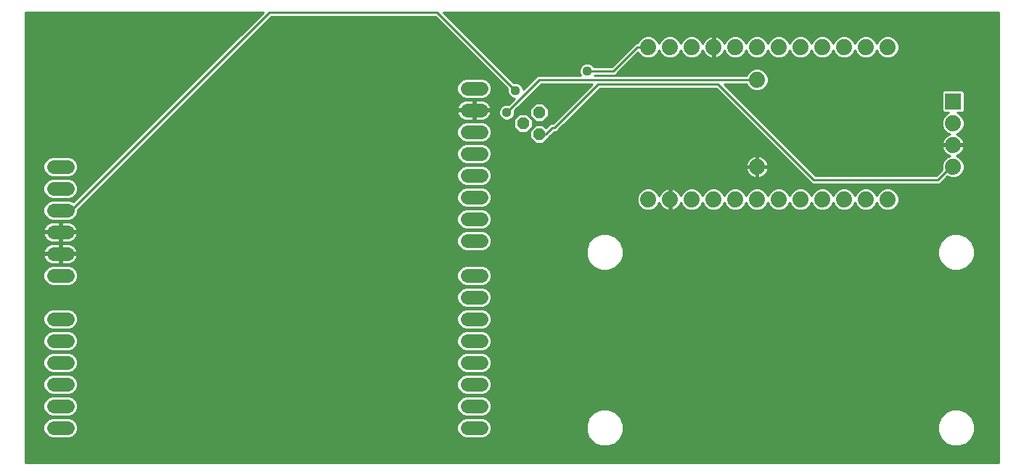
<source format=gbl>
G75*
G70*
%OFA0B0*%
%FSLAX24Y24*%
%IPPOS*%
%LPD*%
%AMOC8*
5,1,8,0,0,1.08239X$1,22.5*
%
%ADD10C,0.0640*%
%ADD11C,0.0740*%
%ADD12R,0.0740X0.0740*%
%ADD13OC8,0.0560*%
%ADD14C,0.0100*%
%ADD15C,0.0440*%
D10*
X001980Y002325D02*
X002620Y002325D01*
X002620Y003325D02*
X001980Y003325D01*
X001980Y004325D02*
X002620Y004325D01*
X002620Y005325D02*
X001980Y005325D01*
X001980Y006325D02*
X002620Y006325D01*
X002620Y007325D02*
X001980Y007325D01*
X001980Y009325D02*
X002620Y009325D01*
X002620Y010325D02*
X001980Y010325D01*
X001980Y011325D02*
X002620Y011325D01*
X002620Y012325D02*
X001980Y012325D01*
X001980Y013325D02*
X002620Y013325D01*
X002620Y014325D02*
X001980Y014325D01*
X020980Y013925D02*
X021620Y013925D01*
X021620Y014925D02*
X020980Y014925D01*
X020980Y015925D02*
X021620Y015925D01*
X021620Y016925D02*
X020980Y016925D01*
X020980Y017925D02*
X021620Y017925D01*
X021620Y012925D02*
X020980Y012925D01*
X020980Y011925D02*
X021620Y011925D01*
X021620Y010925D02*
X020980Y010925D01*
X020980Y009325D02*
X021620Y009325D01*
X021620Y008325D02*
X020980Y008325D01*
X020980Y007325D02*
X021620Y007325D01*
X021620Y006325D02*
X020980Y006325D01*
X020980Y005325D02*
X021620Y005325D01*
X021620Y004325D02*
X020980Y004325D01*
X020980Y003325D02*
X021620Y003325D01*
X021620Y002325D02*
X020980Y002325D01*
D11*
X029300Y012825D03*
X030300Y012825D03*
X031300Y012825D03*
X032300Y012825D03*
X033300Y012825D03*
X034300Y012825D03*
X035300Y012825D03*
X036300Y012825D03*
X037300Y012825D03*
X038300Y012825D03*
X039300Y012825D03*
X040300Y012825D03*
X043300Y014325D03*
X043300Y015325D03*
X043300Y016325D03*
X040300Y019825D03*
X039300Y019825D03*
X038300Y019825D03*
X037300Y019825D03*
X036300Y019825D03*
X035300Y019825D03*
X034300Y019825D03*
X033300Y019825D03*
X032300Y019825D03*
X031300Y019825D03*
X030300Y019825D03*
X029300Y019825D03*
X034300Y018325D03*
X034300Y014325D03*
D12*
X043300Y017325D03*
D13*
X024300Y016825D03*
X023550Y016325D03*
X024300Y015825D03*
D14*
X000700Y021425D02*
X000700Y000725D01*
X045400Y000725D01*
X045400Y021425D01*
X019883Y021425D01*
X023117Y018191D01*
X023126Y018195D01*
X023274Y018195D01*
X023410Y018139D01*
X023514Y018035D01*
X023570Y017899D01*
X023570Y017878D01*
X024100Y018408D01*
X024217Y018525D01*
X026182Y018525D01*
X026130Y018651D01*
X026130Y018799D01*
X026186Y018935D01*
X026290Y019039D01*
X026426Y019095D01*
X026574Y019095D01*
X026710Y019039D01*
X026814Y018935D01*
X026818Y018925D01*
X027617Y018925D01*
X028717Y020025D01*
X028820Y020025D01*
X028859Y020120D01*
X029005Y020266D01*
X029197Y020345D01*
X029403Y020345D01*
X029595Y020266D01*
X029741Y020120D01*
X029800Y019977D01*
X029859Y020120D01*
X030005Y020266D01*
X030197Y020345D01*
X030403Y020345D01*
X030595Y020266D01*
X030741Y020120D01*
X030800Y019977D01*
X030859Y020120D01*
X031005Y020266D01*
X031197Y020345D01*
X031403Y020345D01*
X031595Y020266D01*
X031741Y020120D01*
X031801Y019973D01*
X031818Y020025D01*
X031780Y020025D01*
X031818Y020025D02*
X031855Y020098D01*
X031903Y020164D01*
X031961Y020222D01*
X032027Y020270D01*
X032100Y020307D01*
X032178Y020332D01*
X032250Y020344D01*
X032250Y019875D01*
X032350Y019875D01*
X032350Y020344D01*
X032422Y020332D01*
X032500Y020307D01*
X032573Y020270D01*
X032639Y020222D01*
X032697Y020164D01*
X032745Y020098D01*
X032782Y020025D01*
X032820Y020025D01*
X032782Y020025D02*
X032799Y019973D01*
X032859Y020120D01*
X033005Y020266D01*
X033197Y020345D01*
X033403Y020345D01*
X033595Y020266D01*
X033741Y020120D01*
X033800Y019977D01*
X033859Y020120D01*
X034005Y020266D01*
X034197Y020345D01*
X034403Y020345D01*
X034595Y020266D01*
X034741Y020120D01*
X034800Y019977D01*
X034859Y020120D01*
X035005Y020266D01*
X035197Y020345D01*
X035403Y020345D01*
X035595Y020266D01*
X035741Y020120D01*
X035800Y019977D01*
X035859Y020120D01*
X036005Y020266D01*
X036197Y020345D01*
X036403Y020345D01*
X036595Y020266D01*
X036741Y020120D01*
X036800Y019977D01*
X036859Y020120D01*
X037005Y020266D01*
X037197Y020345D01*
X037403Y020345D01*
X037595Y020266D01*
X037741Y020120D01*
X037800Y019977D01*
X037859Y020120D01*
X038005Y020266D01*
X038197Y020345D01*
X038403Y020345D01*
X038595Y020266D01*
X038741Y020120D01*
X038800Y019977D01*
X038859Y020120D01*
X039005Y020266D01*
X039197Y020345D01*
X039403Y020345D01*
X039595Y020266D01*
X039741Y020120D01*
X039800Y019977D01*
X039859Y020120D01*
X040005Y020266D01*
X040197Y020345D01*
X040403Y020345D01*
X040595Y020266D01*
X040741Y020120D01*
X040820Y019928D01*
X040820Y019722D01*
X040741Y019530D01*
X040595Y019384D01*
X040403Y019305D01*
X040197Y019305D01*
X040005Y019384D01*
X039859Y019530D01*
X039800Y019673D01*
X039741Y019530D01*
X039595Y019384D01*
X039403Y019305D01*
X039197Y019305D01*
X039005Y019384D01*
X038859Y019530D01*
X038800Y019673D01*
X038741Y019530D01*
X038595Y019384D01*
X038403Y019305D01*
X038197Y019305D01*
X038005Y019384D01*
X037859Y019530D01*
X037800Y019673D01*
X037741Y019530D01*
X037595Y019384D01*
X037403Y019305D01*
X037197Y019305D01*
X037005Y019384D01*
X036859Y019530D01*
X036800Y019673D01*
X036741Y019530D01*
X036595Y019384D01*
X036403Y019305D01*
X036197Y019305D01*
X036005Y019384D01*
X035859Y019530D01*
X035800Y019673D01*
X035741Y019530D01*
X035595Y019384D01*
X035403Y019305D01*
X035197Y019305D01*
X035005Y019384D01*
X034859Y019530D01*
X034800Y019673D01*
X034741Y019530D01*
X034595Y019384D01*
X034403Y019305D01*
X034197Y019305D01*
X034005Y019384D01*
X033859Y019530D01*
X033800Y019673D01*
X033741Y019530D01*
X033595Y019384D01*
X033403Y019305D01*
X033197Y019305D01*
X033005Y019384D01*
X032859Y019530D01*
X032799Y019677D01*
X032782Y019625D01*
X032745Y019552D01*
X032697Y019486D01*
X032639Y019428D01*
X032573Y019380D01*
X032500Y019343D01*
X032422Y019318D01*
X032350Y019306D01*
X032350Y019775D01*
X032250Y019775D01*
X032250Y019306D01*
X032178Y019318D01*
X032100Y019343D01*
X032027Y019380D01*
X031961Y019428D01*
X031903Y019486D01*
X031855Y019552D01*
X031818Y019625D01*
X031801Y019677D01*
X031741Y019530D01*
X031595Y019384D01*
X031403Y019305D01*
X031197Y019305D01*
X031005Y019384D01*
X030859Y019530D01*
X030800Y019673D01*
X030741Y019530D01*
X030595Y019384D01*
X030403Y019305D01*
X030197Y019305D01*
X030005Y019384D01*
X029859Y019530D01*
X029800Y019673D01*
X029741Y019530D01*
X029595Y019384D01*
X029403Y019305D01*
X029197Y019305D01*
X029005Y019384D01*
X028859Y019530D01*
X028838Y019581D01*
X027900Y018642D01*
X027783Y018525D01*
X026818Y018525D01*
X026818Y018525D01*
X033820Y018525D01*
X033859Y018620D01*
X034005Y018766D01*
X034197Y018845D01*
X034403Y018845D01*
X034595Y018766D01*
X034741Y018620D01*
X034820Y018428D01*
X034820Y018222D01*
X034741Y018030D01*
X034595Y017884D01*
X034403Y017805D01*
X034197Y017805D01*
X034005Y017884D01*
X033859Y018030D01*
X033820Y018125D01*
X032783Y018125D01*
X036983Y013925D01*
X042517Y013925D01*
X042790Y014198D01*
X042780Y014222D01*
X042780Y014428D01*
X042859Y014620D01*
X043005Y014766D01*
X043152Y014826D01*
X043100Y014843D01*
X043027Y014880D01*
X042961Y014928D01*
X042903Y014986D01*
X042855Y015052D01*
X042818Y015125D01*
X042793Y015203D01*
X042781Y015275D01*
X043250Y015275D01*
X043250Y015375D01*
X042781Y015375D01*
X042793Y015447D01*
X042818Y015525D01*
X042855Y015598D01*
X042903Y015664D01*
X042961Y015722D01*
X043027Y015770D01*
X043100Y015807D01*
X043152Y015824D01*
X043005Y015884D01*
X042859Y016030D01*
X042780Y016222D01*
X042780Y016428D01*
X042859Y016620D01*
X043005Y016766D01*
X043100Y016805D01*
X042868Y016805D01*
X042780Y016893D01*
X042780Y017757D01*
X042868Y017845D01*
X043732Y017845D01*
X043820Y017757D01*
X043820Y016893D01*
X043732Y016805D01*
X043500Y016805D01*
X043595Y016766D01*
X043741Y016620D01*
X043820Y016428D01*
X043820Y016222D01*
X043741Y016030D01*
X043595Y015884D01*
X043448Y015824D01*
X043500Y015807D01*
X043573Y015770D01*
X043639Y015722D01*
X043697Y015664D01*
X043745Y015598D01*
X043782Y015525D01*
X043807Y015447D01*
X043819Y015375D01*
X043350Y015375D01*
X043350Y015275D01*
X043819Y015275D01*
X043807Y015203D01*
X043782Y015125D01*
X043745Y015052D01*
X043697Y014986D01*
X043639Y014928D01*
X043573Y014880D01*
X043500Y014843D01*
X043448Y014826D01*
X043595Y014766D01*
X043741Y014620D01*
X043820Y014428D01*
X043820Y014222D01*
X043741Y014030D01*
X043595Y013884D01*
X043403Y013805D01*
X043197Y013805D01*
X043031Y013873D01*
X042683Y013525D01*
X036817Y013525D01*
X032417Y017925D01*
X027083Y017925D01*
X025200Y016042D01*
X025083Y015925D01*
X024983Y015925D01*
X024800Y015742D01*
X024730Y015672D01*
X024730Y015647D01*
X024478Y015395D01*
X024122Y015395D01*
X023870Y015647D01*
X023870Y016003D01*
X024122Y016255D01*
X024478Y016255D01*
X024613Y016120D01*
X024817Y016325D01*
X024917Y016325D01*
X026717Y018125D01*
X024383Y018125D01*
X023166Y016908D01*
X023170Y016899D01*
X023170Y016751D01*
X023114Y016615D01*
X023010Y016511D01*
X022874Y016455D01*
X022726Y016455D01*
X022590Y016511D01*
X022486Y016615D01*
X022430Y016751D01*
X022430Y016899D01*
X022486Y017035D01*
X022590Y017139D01*
X022726Y017195D01*
X022874Y017195D01*
X022883Y017191D01*
X023147Y017455D01*
X023126Y017455D01*
X022990Y017511D01*
X022886Y017615D01*
X022830Y017751D01*
X022830Y017899D01*
X022834Y017908D01*
X019517Y021225D01*
X011983Y021225D01*
X003090Y012332D01*
X003090Y012232D01*
X003018Y012059D01*
X002886Y011927D01*
X002713Y011855D01*
X001887Y011855D01*
X001714Y011927D01*
X001582Y012059D01*
X001510Y012232D01*
X001510Y012418D01*
X001582Y012591D01*
X001714Y012723D01*
X001887Y012795D01*
X002713Y012795D01*
X002886Y012723D01*
X002901Y012709D01*
X011617Y021425D01*
X000700Y021425D01*
X000700Y021404D02*
X011596Y021404D01*
X011498Y021306D02*
X000700Y021306D01*
X000700Y021207D02*
X011399Y021207D01*
X011301Y021109D02*
X000700Y021109D01*
X000700Y021010D02*
X011202Y021010D01*
X011104Y020912D02*
X000700Y020912D01*
X000700Y020813D02*
X011005Y020813D01*
X010907Y020715D02*
X000700Y020715D01*
X000700Y020616D02*
X010808Y020616D01*
X010710Y020518D02*
X000700Y020518D01*
X000700Y020419D02*
X010611Y020419D01*
X010513Y020321D02*
X000700Y020321D01*
X000700Y020222D02*
X010414Y020222D01*
X010316Y020124D02*
X000700Y020124D01*
X000700Y020025D02*
X010217Y020025D01*
X010119Y019927D02*
X000700Y019927D01*
X000700Y019828D02*
X010020Y019828D01*
X009922Y019730D02*
X000700Y019730D01*
X000700Y019631D02*
X009823Y019631D01*
X009725Y019533D02*
X000700Y019533D01*
X000700Y019434D02*
X009626Y019434D01*
X009528Y019336D02*
X000700Y019336D01*
X000700Y019237D02*
X009429Y019237D01*
X009331Y019139D02*
X000700Y019139D01*
X000700Y019040D02*
X009232Y019040D01*
X009134Y018942D02*
X000700Y018942D01*
X000700Y018843D02*
X009035Y018843D01*
X008937Y018745D02*
X000700Y018745D01*
X000700Y018646D02*
X008838Y018646D01*
X008740Y018548D02*
X000700Y018548D01*
X000700Y018449D02*
X008641Y018449D01*
X008543Y018351D02*
X000700Y018351D01*
X000700Y018252D02*
X008444Y018252D01*
X008346Y018154D02*
X000700Y018154D01*
X000700Y018055D02*
X008247Y018055D01*
X008149Y017957D02*
X000700Y017957D01*
X000700Y017858D02*
X008050Y017858D01*
X007952Y017760D02*
X000700Y017760D01*
X000700Y017661D02*
X007853Y017661D01*
X007755Y017563D02*
X000700Y017563D01*
X000700Y017464D02*
X007656Y017464D01*
X007558Y017366D02*
X000700Y017366D01*
X000700Y017267D02*
X007459Y017267D01*
X007361Y017169D02*
X000700Y017169D01*
X000700Y017070D02*
X007262Y017070D01*
X007164Y016972D02*
X000700Y016972D01*
X000700Y016873D02*
X007065Y016873D01*
X006967Y016775D02*
X000700Y016775D01*
X000700Y016676D02*
X006868Y016676D01*
X006770Y016578D02*
X000700Y016578D01*
X000700Y016479D02*
X006671Y016479D01*
X006573Y016381D02*
X000700Y016381D01*
X000700Y016282D02*
X006474Y016282D01*
X006376Y016184D02*
X000700Y016184D01*
X000700Y016085D02*
X006277Y016085D01*
X006179Y015987D02*
X000700Y015987D01*
X000700Y015888D02*
X006080Y015888D01*
X005982Y015790D02*
X000700Y015790D01*
X000700Y015691D02*
X005883Y015691D01*
X005785Y015593D02*
X000700Y015593D01*
X000700Y015494D02*
X005686Y015494D01*
X005588Y015396D02*
X000700Y015396D01*
X000700Y015297D02*
X005489Y015297D01*
X005391Y015199D02*
X000700Y015199D01*
X000700Y015100D02*
X005292Y015100D01*
X005194Y015002D02*
X000700Y015002D01*
X000700Y014903D02*
X005095Y014903D01*
X004997Y014805D02*
X000700Y014805D01*
X000700Y014706D02*
X001696Y014706D01*
X001714Y014723D02*
X001582Y014591D01*
X001510Y014418D01*
X001510Y014232D01*
X001582Y014059D01*
X001714Y013927D01*
X001887Y013855D01*
X002713Y013855D01*
X002886Y013927D01*
X003018Y014059D01*
X003090Y014232D01*
X003090Y014418D01*
X003018Y014591D01*
X002886Y014723D01*
X002713Y014795D01*
X001887Y014795D01*
X001714Y014723D01*
X001598Y014608D02*
X000700Y014608D01*
X000700Y014509D02*
X001548Y014509D01*
X001510Y014411D02*
X000700Y014411D01*
X000700Y014312D02*
X001510Y014312D01*
X001517Y014214D02*
X000700Y014214D01*
X000700Y014115D02*
X001558Y014115D01*
X001624Y014017D02*
X000700Y014017D01*
X000700Y013918D02*
X001734Y013918D01*
X001714Y013723D02*
X001582Y013591D01*
X001510Y013418D01*
X001510Y013232D01*
X001582Y013059D01*
X001714Y012927D01*
X001887Y012855D01*
X002713Y012855D01*
X002886Y012927D01*
X003018Y013059D01*
X003090Y013232D01*
X003090Y013418D01*
X003018Y013591D01*
X002886Y013723D01*
X002713Y013795D01*
X001887Y013795D01*
X001714Y013723D01*
X001711Y013721D02*
X000700Y013721D01*
X000700Y013623D02*
X001613Y013623D01*
X001554Y013524D02*
X000700Y013524D01*
X000700Y013426D02*
X001513Y013426D01*
X001510Y013327D02*
X000700Y013327D01*
X000700Y013229D02*
X001511Y013229D01*
X001552Y013130D02*
X000700Y013130D01*
X000700Y013032D02*
X001609Y013032D01*
X001707Y012933D02*
X000700Y012933D01*
X000700Y012835D02*
X003027Y012835D01*
X003125Y012933D02*
X002893Y012933D01*
X002991Y013032D02*
X003224Y013032D01*
X003322Y013130D02*
X003048Y013130D01*
X003089Y013229D02*
X003421Y013229D01*
X003519Y013327D02*
X003090Y013327D01*
X003087Y013426D02*
X003618Y013426D01*
X003716Y013524D02*
X003046Y013524D01*
X002987Y013623D02*
X003815Y013623D01*
X003913Y013721D02*
X002889Y013721D01*
X002866Y013918D02*
X004110Y013918D01*
X004012Y013820D02*
X000700Y013820D01*
X000700Y012736D02*
X001744Y012736D01*
X001628Y012638D02*
X000700Y012638D01*
X000700Y012539D02*
X001560Y012539D01*
X001519Y012441D02*
X000700Y012441D01*
X000700Y012342D02*
X001510Y012342D01*
X001510Y012244D02*
X000700Y012244D01*
X000700Y012145D02*
X001546Y012145D01*
X001594Y012047D02*
X000700Y012047D01*
X000700Y011948D02*
X001692Y011948D01*
X001781Y011751D02*
X000700Y011751D01*
X000700Y011653D02*
X001643Y011653D01*
X001622Y011631D02*
X001674Y011683D01*
X001734Y011727D01*
X001800Y011761D01*
X001870Y011783D01*
X001943Y011795D01*
X002250Y011795D01*
X002250Y011375D01*
X002350Y011375D01*
X002350Y011795D01*
X002657Y011795D01*
X002730Y011783D01*
X002800Y011761D01*
X002866Y011727D01*
X002926Y011683D01*
X002978Y011631D01*
X003022Y011571D01*
X003056Y011505D01*
X003078Y011435D01*
X003088Y011375D01*
X002350Y011375D01*
X002350Y011275D01*
X003088Y011275D01*
X003078Y011215D01*
X003056Y011145D01*
X003022Y011079D01*
X002978Y011019D01*
X002926Y010967D01*
X002866Y010923D01*
X002800Y010889D01*
X002730Y010867D01*
X002657Y010855D01*
X002350Y010855D01*
X002350Y011275D01*
X002250Y011275D01*
X002250Y010855D01*
X001943Y010855D01*
X001870Y010867D01*
X001800Y010889D01*
X001734Y010923D01*
X001674Y010967D01*
X001622Y011019D01*
X001578Y011079D01*
X001544Y011145D01*
X001522Y011215D01*
X001512Y011275D01*
X002250Y011275D01*
X002250Y011375D01*
X001512Y011375D01*
X001522Y011435D01*
X001544Y011505D01*
X001578Y011571D01*
X001622Y011631D01*
X001569Y011554D02*
X000700Y011554D01*
X000700Y011456D02*
X001528Y011456D01*
X001515Y011259D02*
X000700Y011259D01*
X000700Y011357D02*
X002250Y011357D01*
X002250Y011259D02*
X002350Y011259D01*
X002350Y011357D02*
X020795Y011357D01*
X020714Y011323D02*
X020582Y011191D01*
X020510Y011018D01*
X020510Y010832D01*
X020582Y010659D01*
X020714Y010527D01*
X020887Y010455D01*
X021713Y010455D01*
X021886Y010527D01*
X022018Y010659D01*
X022090Y010832D01*
X022090Y011018D01*
X022018Y011191D01*
X021886Y011323D01*
X021713Y011395D01*
X020887Y011395D01*
X020714Y011323D01*
X020649Y011259D02*
X003085Y011259D01*
X003061Y011160D02*
X020569Y011160D01*
X020528Y011062D02*
X003010Y011062D01*
X002921Y010963D02*
X020510Y010963D01*
X020510Y010865D02*
X002717Y010865D01*
X002730Y010783D02*
X002657Y010795D01*
X002350Y010795D01*
X002350Y010375D01*
X002250Y010375D01*
X002250Y010795D01*
X001943Y010795D01*
X001870Y010783D01*
X001800Y010761D01*
X001734Y010727D01*
X001674Y010683D01*
X001622Y010631D01*
X001578Y010571D01*
X001544Y010505D01*
X001522Y010435D01*
X001512Y010375D01*
X002250Y010375D01*
X002250Y010275D01*
X002350Y010275D01*
X002350Y010375D01*
X003088Y010375D01*
X003078Y010435D01*
X003056Y010505D01*
X003022Y010571D01*
X002978Y010631D01*
X002926Y010683D01*
X002866Y010727D01*
X002800Y010761D01*
X002730Y010783D01*
X002784Y010766D02*
X020537Y010766D01*
X020578Y010668D02*
X002942Y010668D01*
X003023Y010569D02*
X020671Y010569D01*
X020849Y010471D02*
X003067Y010471D01*
X003088Y010275D02*
X002350Y010275D01*
X002350Y009855D01*
X002657Y009855D01*
X002730Y009867D01*
X002800Y009889D01*
X002866Y009923D01*
X002926Y009967D01*
X002978Y010019D01*
X003022Y010079D01*
X003056Y010145D01*
X003078Y010215D01*
X003088Y010275D01*
X003088Y010274D02*
X026450Y010274D01*
X026450Y010227D02*
X026579Y009914D01*
X026819Y009675D01*
X027131Y009546D01*
X027469Y009546D01*
X027781Y009675D01*
X028021Y009914D01*
X028150Y010227D01*
X028150Y010565D01*
X028021Y010877D01*
X027781Y011116D01*
X027469Y011246D01*
X027131Y011246D01*
X026819Y011116D01*
X026579Y010877D01*
X026450Y010565D01*
X026450Y010227D01*
X026471Y010175D02*
X003065Y010175D01*
X003020Y010077D02*
X026512Y010077D01*
X026553Y009978D02*
X002938Y009978D01*
X002770Y009880D02*
X026614Y009880D01*
X026713Y009781D02*
X021747Y009781D01*
X021713Y009795D02*
X020887Y009795D01*
X020714Y009723D01*
X020582Y009591D01*
X020510Y009418D01*
X020510Y009232D01*
X020582Y009059D01*
X020714Y008927D01*
X020887Y008855D01*
X021713Y008855D01*
X021886Y008927D01*
X022018Y009059D01*
X022090Y009232D01*
X022090Y009418D01*
X022018Y009591D01*
X021886Y009723D01*
X021713Y009795D01*
X021927Y009683D02*
X026811Y009683D01*
X027039Y009584D02*
X022021Y009584D01*
X022062Y009486D02*
X045400Y009486D01*
X045400Y009584D02*
X043703Y009584D01*
X043611Y009546D02*
X043923Y009675D01*
X044162Y009914D01*
X044292Y010227D01*
X044292Y010565D01*
X044162Y010877D01*
X043923Y011116D01*
X043611Y011246D01*
X043273Y011246D01*
X042960Y011116D01*
X042721Y010877D01*
X042592Y010565D01*
X042592Y010227D01*
X042721Y009914D01*
X042960Y009675D01*
X043273Y009546D01*
X043611Y009546D01*
X043930Y009683D02*
X045400Y009683D01*
X045400Y009781D02*
X044029Y009781D01*
X044127Y009880D02*
X045400Y009880D01*
X045400Y009978D02*
X044189Y009978D01*
X044229Y010077D02*
X045400Y010077D01*
X045400Y010175D02*
X044270Y010175D01*
X044292Y010274D02*
X045400Y010274D01*
X045400Y010372D02*
X044292Y010372D01*
X044292Y010471D02*
X045400Y010471D01*
X045400Y010569D02*
X044290Y010569D01*
X044249Y010668D02*
X045400Y010668D01*
X045400Y010766D02*
X044208Y010766D01*
X044168Y010865D02*
X045400Y010865D01*
X045400Y010963D02*
X044077Y010963D01*
X043978Y011062D02*
X045400Y011062D01*
X045400Y011160D02*
X043818Y011160D01*
X043065Y011160D02*
X027676Y011160D01*
X027836Y011062D02*
X042905Y011062D01*
X042807Y010963D02*
X027935Y010963D01*
X028026Y010865D02*
X042716Y010865D01*
X042675Y010766D02*
X028067Y010766D01*
X028108Y010668D02*
X042634Y010668D01*
X042593Y010569D02*
X028148Y010569D01*
X028150Y010471D02*
X042592Y010471D01*
X042592Y010372D02*
X028150Y010372D01*
X028150Y010274D02*
X042592Y010274D01*
X042613Y010175D02*
X028129Y010175D01*
X028088Y010077D02*
X042654Y010077D01*
X042695Y009978D02*
X028047Y009978D01*
X027986Y009880D02*
X042756Y009880D01*
X042854Y009781D02*
X027887Y009781D01*
X027789Y009683D02*
X042953Y009683D01*
X043181Y009584D02*
X027561Y009584D01*
X026450Y010372D02*
X002350Y010372D01*
X002350Y010274D02*
X002250Y010274D01*
X002250Y010275D02*
X002250Y009855D01*
X001943Y009855D01*
X001870Y009867D01*
X001800Y009889D01*
X001734Y009923D01*
X001674Y009967D01*
X001622Y010019D01*
X001578Y010079D01*
X001544Y010145D01*
X001522Y010215D01*
X001512Y010275D01*
X002250Y010275D01*
X002250Y010372D02*
X000700Y010372D01*
X000700Y010274D02*
X001512Y010274D01*
X001535Y010175D02*
X000700Y010175D01*
X000700Y010077D02*
X001580Y010077D01*
X001662Y009978D02*
X000700Y009978D01*
X000700Y009880D02*
X001830Y009880D01*
X001853Y009781D02*
X000700Y009781D01*
X000700Y009683D02*
X001673Y009683D01*
X001714Y009723D02*
X001582Y009591D01*
X001510Y009418D01*
X001510Y009232D01*
X001582Y009059D01*
X001714Y008927D01*
X001887Y008855D01*
X002713Y008855D01*
X002886Y008927D01*
X003018Y009059D01*
X003090Y009232D01*
X003090Y009418D01*
X003018Y009591D01*
X002886Y009723D01*
X002713Y009795D01*
X001887Y009795D01*
X001714Y009723D01*
X001579Y009584D02*
X000700Y009584D01*
X000700Y009486D02*
X001538Y009486D01*
X001510Y009387D02*
X000700Y009387D01*
X000700Y009289D02*
X001510Y009289D01*
X001527Y009190D02*
X000700Y009190D01*
X000700Y009092D02*
X001568Y009092D01*
X001647Y008993D02*
X000700Y008993D01*
X000700Y008895D02*
X001791Y008895D01*
X000700Y008796D02*
X045400Y008796D01*
X045400Y008698D02*
X021912Y008698D01*
X021886Y008723D02*
X021713Y008795D01*
X020887Y008795D01*
X020714Y008723D01*
X020582Y008591D01*
X020510Y008418D01*
X020510Y008232D01*
X020582Y008059D01*
X020714Y007927D01*
X020887Y007855D01*
X021713Y007855D01*
X021886Y007927D01*
X022018Y008059D01*
X022090Y008232D01*
X022090Y008418D01*
X022018Y008591D01*
X021886Y008723D01*
X022011Y008599D02*
X045400Y008599D01*
X045400Y008501D02*
X022056Y008501D01*
X022090Y008402D02*
X045400Y008402D01*
X045400Y008304D02*
X022090Y008304D01*
X022079Y008205D02*
X045400Y008205D01*
X045400Y008107D02*
X022038Y008107D01*
X021968Y008008D02*
X045400Y008008D01*
X045400Y007910D02*
X021845Y007910D01*
X021713Y007795D02*
X020887Y007795D01*
X020714Y007723D01*
X020582Y007591D01*
X020510Y007418D01*
X020510Y007232D01*
X020582Y007059D01*
X020714Y006927D01*
X020887Y006855D01*
X021713Y006855D01*
X021886Y006927D01*
X022018Y007059D01*
X022090Y007232D01*
X022090Y007418D01*
X022018Y007591D01*
X021886Y007723D01*
X021713Y007795D01*
X021897Y007713D02*
X045400Y007713D01*
X045400Y007811D02*
X000700Y007811D01*
X000700Y007713D02*
X001703Y007713D01*
X001714Y007723D02*
X001582Y007591D01*
X001510Y007418D01*
X001510Y007232D01*
X001582Y007059D01*
X001714Y006927D01*
X001887Y006855D01*
X002713Y006855D01*
X002886Y006927D01*
X003018Y007059D01*
X003090Y007232D01*
X003090Y007418D01*
X003018Y007591D01*
X002886Y007723D01*
X002713Y007795D01*
X001887Y007795D01*
X001714Y007723D01*
X001604Y007614D02*
X000700Y007614D01*
X000700Y007516D02*
X001550Y007516D01*
X001510Y007417D02*
X000700Y007417D01*
X000700Y007319D02*
X001510Y007319D01*
X001515Y007220D02*
X000700Y007220D01*
X000700Y007122D02*
X001556Y007122D01*
X001617Y007023D02*
X000700Y007023D01*
X000700Y006925D02*
X001719Y006925D01*
X001724Y006728D02*
X000700Y006728D01*
X000700Y006826D02*
X045400Y006826D01*
X045400Y006728D02*
X021876Y006728D01*
X021886Y006723D02*
X021713Y006795D01*
X020887Y006795D01*
X020714Y006723D01*
X020582Y006591D01*
X020510Y006418D01*
X020510Y006232D01*
X020582Y006059D01*
X020714Y005927D01*
X020887Y005855D01*
X021713Y005855D01*
X021886Y005927D01*
X022018Y006059D01*
X022090Y006232D01*
X022090Y006418D01*
X022018Y006591D01*
X021886Y006723D01*
X021981Y006629D02*
X045400Y006629D01*
X045400Y006531D02*
X022044Y006531D01*
X022084Y006432D02*
X045400Y006432D01*
X045400Y006334D02*
X022090Y006334D01*
X022090Y006235D02*
X045400Y006235D01*
X045400Y006137D02*
X022051Y006137D01*
X021998Y006038D02*
X045400Y006038D01*
X045400Y005940D02*
X021899Y005940D01*
X021840Y005743D02*
X045400Y005743D01*
X045400Y005841D02*
X000700Y005841D01*
X000700Y005743D02*
X001760Y005743D01*
X001714Y005723D02*
X001582Y005591D01*
X001510Y005418D01*
X001510Y005232D01*
X001582Y005059D01*
X001714Y004927D01*
X001887Y004855D01*
X002713Y004855D01*
X002886Y004927D01*
X003018Y005059D01*
X003090Y005232D01*
X003090Y005418D01*
X003018Y005591D01*
X002886Y005723D01*
X002713Y005795D01*
X001887Y005795D01*
X001714Y005723D01*
X001634Y005644D02*
X000700Y005644D01*
X000700Y005546D02*
X001563Y005546D01*
X001522Y005447D02*
X000700Y005447D01*
X000700Y005349D02*
X001510Y005349D01*
X001510Y005250D02*
X000700Y005250D01*
X000700Y005152D02*
X001543Y005152D01*
X001587Y005053D02*
X000700Y005053D01*
X000700Y004955D02*
X001686Y004955D01*
X001884Y004856D02*
X000700Y004856D01*
X000700Y004758D02*
X001796Y004758D01*
X001714Y004723D02*
X001582Y004591D01*
X001510Y004418D01*
X001510Y004232D01*
X001582Y004059D01*
X001714Y003927D01*
X001887Y003855D01*
X002713Y003855D01*
X002886Y003927D01*
X003018Y004059D01*
X003090Y004232D01*
X003090Y004418D01*
X003018Y004591D01*
X002886Y004723D01*
X002713Y004795D01*
X001887Y004795D01*
X001714Y004723D01*
X001649Y004659D02*
X000700Y004659D01*
X000700Y004561D02*
X001569Y004561D01*
X001528Y004462D02*
X000700Y004462D01*
X000700Y004364D02*
X001510Y004364D01*
X001510Y004265D02*
X000700Y004265D01*
X000700Y004167D02*
X001537Y004167D01*
X001578Y004068D02*
X000700Y004068D01*
X000700Y003970D02*
X001671Y003970D01*
X001848Y003871D02*
X000700Y003871D01*
X000700Y003773D02*
X001832Y003773D01*
X001887Y003795D02*
X001714Y003723D01*
X001582Y003591D01*
X001510Y003418D01*
X001510Y003232D01*
X001582Y003059D01*
X001714Y002927D01*
X001887Y002855D01*
X002713Y002855D01*
X002886Y002927D01*
X003018Y003059D01*
X003090Y003232D01*
X003090Y003418D01*
X003018Y003591D01*
X002886Y003723D01*
X002713Y003795D01*
X001887Y003795D01*
X001664Y003674D02*
X000700Y003674D01*
X000700Y003576D02*
X001575Y003576D01*
X001534Y003477D02*
X000700Y003477D01*
X000700Y003379D02*
X001510Y003379D01*
X001510Y003280D02*
X000700Y003280D01*
X000700Y003182D02*
X001531Y003182D01*
X001572Y003083D02*
X000700Y003083D01*
X000700Y002985D02*
X001656Y002985D01*
X001812Y002886D02*
X000700Y002886D01*
X000700Y002788D02*
X001868Y002788D01*
X001887Y002795D02*
X001714Y002723D01*
X001582Y002591D01*
X001510Y002418D01*
X001510Y002232D01*
X001582Y002059D01*
X001714Y001927D01*
X001887Y001855D01*
X002713Y001855D01*
X002886Y001927D01*
X003018Y002059D01*
X003090Y002232D01*
X003090Y002418D01*
X003018Y002591D01*
X002886Y002723D01*
X002713Y002795D01*
X001887Y002795D01*
X001679Y002689D02*
X000700Y002689D01*
X000700Y002591D02*
X001581Y002591D01*
X001540Y002492D02*
X000700Y002492D01*
X000700Y002394D02*
X001510Y002394D01*
X001510Y002295D02*
X000700Y002295D01*
X000700Y002197D02*
X001524Y002197D01*
X001565Y002098D02*
X000700Y002098D01*
X000700Y002000D02*
X001641Y002000D01*
X001775Y001901D02*
X000700Y001901D01*
X000700Y001803D02*
X026620Y001803D01*
X026579Y001844D02*
X026819Y001604D01*
X027131Y001475D01*
X027469Y001475D01*
X027781Y001604D01*
X028021Y001844D01*
X028150Y002156D01*
X028150Y002494D01*
X028021Y002806D01*
X027781Y003046D01*
X027469Y003175D01*
X027131Y003175D01*
X026819Y003046D01*
X026579Y002806D01*
X026450Y002494D01*
X026450Y002156D01*
X026579Y001844D01*
X026556Y001901D02*
X021825Y001901D01*
X021886Y001927D02*
X022018Y002059D01*
X022090Y002232D01*
X022090Y002418D01*
X022018Y002591D01*
X021886Y002723D01*
X021713Y002795D01*
X020887Y002795D01*
X020714Y002723D01*
X020582Y002591D01*
X020510Y002418D01*
X020510Y002232D01*
X020582Y002059D01*
X020714Y001927D01*
X020887Y001855D01*
X021713Y001855D01*
X021886Y001927D01*
X021959Y002000D02*
X026515Y002000D01*
X026474Y002098D02*
X022035Y002098D01*
X022075Y002197D02*
X026450Y002197D01*
X026450Y002295D02*
X022090Y002295D01*
X022090Y002394D02*
X026450Y002394D01*
X026450Y002492D02*
X022060Y002492D01*
X022019Y002591D02*
X026490Y002591D01*
X026531Y002689D02*
X021921Y002689D01*
X021732Y002788D02*
X026572Y002788D01*
X026659Y002886D02*
X021788Y002886D01*
X021713Y002855D02*
X021886Y002927D01*
X022018Y003059D01*
X022090Y003232D01*
X022090Y003418D01*
X022018Y003591D01*
X021886Y003723D01*
X021713Y003795D01*
X020887Y003795D01*
X020714Y003723D01*
X020582Y003591D01*
X020510Y003418D01*
X020510Y003232D01*
X020582Y003059D01*
X020714Y002927D01*
X020887Y002855D01*
X021713Y002855D01*
X021944Y002985D02*
X026757Y002985D01*
X026909Y003083D02*
X022028Y003083D01*
X022069Y003182D02*
X045400Y003182D01*
X045400Y003280D02*
X022090Y003280D01*
X022090Y003379D02*
X045400Y003379D01*
X045400Y003477D02*
X022066Y003477D01*
X022025Y003576D02*
X045400Y003576D01*
X045400Y003674D02*
X021936Y003674D01*
X021768Y003773D02*
X045400Y003773D01*
X045400Y003871D02*
X021752Y003871D01*
X021713Y003855D02*
X021886Y003927D01*
X022018Y004059D01*
X022090Y004232D01*
X022090Y004418D01*
X022018Y004591D01*
X021886Y004723D01*
X021713Y004795D01*
X020887Y004795D01*
X020714Y004723D01*
X020582Y004591D01*
X020510Y004418D01*
X020510Y004232D01*
X020582Y004059D01*
X020714Y003927D01*
X020887Y003855D01*
X021713Y003855D01*
X021929Y003970D02*
X045400Y003970D01*
X045400Y004068D02*
X022022Y004068D01*
X022063Y004167D02*
X045400Y004167D01*
X045400Y004265D02*
X022090Y004265D01*
X022090Y004364D02*
X045400Y004364D01*
X045400Y004462D02*
X022072Y004462D01*
X022031Y004561D02*
X045400Y004561D01*
X045400Y004659D02*
X021951Y004659D01*
X021804Y004758D02*
X045400Y004758D01*
X045400Y004856D02*
X021716Y004856D01*
X021713Y004855D02*
X021886Y004927D01*
X022018Y005059D01*
X022090Y005232D01*
X022090Y005418D01*
X022018Y005591D01*
X021886Y005723D01*
X021713Y005795D01*
X020887Y005795D01*
X020714Y005723D01*
X020582Y005591D01*
X020510Y005418D01*
X020510Y005232D01*
X020582Y005059D01*
X020714Y004927D01*
X020887Y004855D01*
X021713Y004855D01*
X021914Y004955D02*
X045400Y004955D01*
X045400Y005053D02*
X022013Y005053D01*
X022057Y005152D02*
X045400Y005152D01*
X045400Y005250D02*
X022090Y005250D01*
X022090Y005349D02*
X045400Y005349D01*
X045400Y005447D02*
X022078Y005447D01*
X022037Y005546D02*
X045400Y005546D01*
X045400Y005644D02*
X021966Y005644D01*
X020760Y005743D02*
X002840Y005743D01*
X002966Y005644D02*
X020634Y005644D01*
X020563Y005546D02*
X003037Y005546D01*
X003078Y005447D02*
X020522Y005447D01*
X020510Y005349D02*
X003090Y005349D01*
X003090Y005250D02*
X020510Y005250D01*
X020543Y005152D02*
X003057Y005152D01*
X003013Y005053D02*
X020587Y005053D01*
X020686Y004955D02*
X002914Y004955D01*
X002716Y004856D02*
X020884Y004856D01*
X020796Y004758D02*
X002804Y004758D01*
X002951Y004659D02*
X020649Y004659D01*
X020569Y004561D02*
X003031Y004561D01*
X003072Y004462D02*
X020528Y004462D01*
X020510Y004364D02*
X003090Y004364D01*
X003090Y004265D02*
X020510Y004265D01*
X020537Y004167D02*
X003063Y004167D01*
X003022Y004068D02*
X020578Y004068D01*
X020671Y003970D02*
X002929Y003970D01*
X002752Y003871D02*
X020848Y003871D01*
X020832Y003773D02*
X002768Y003773D01*
X002936Y003674D02*
X020664Y003674D01*
X020575Y003576D02*
X003025Y003576D01*
X003066Y003477D02*
X020534Y003477D01*
X020510Y003379D02*
X003090Y003379D01*
X003090Y003280D02*
X020510Y003280D01*
X020531Y003182D02*
X003069Y003182D01*
X003028Y003083D02*
X020572Y003083D01*
X020656Y002985D02*
X002944Y002985D01*
X002788Y002886D02*
X020812Y002886D01*
X020868Y002788D02*
X002732Y002788D01*
X002921Y002689D02*
X020679Y002689D01*
X020581Y002591D02*
X003019Y002591D01*
X003060Y002492D02*
X020540Y002492D01*
X020510Y002394D02*
X003090Y002394D01*
X003090Y002295D02*
X020510Y002295D01*
X020524Y002197D02*
X003075Y002197D01*
X003035Y002098D02*
X020565Y002098D01*
X020641Y002000D02*
X002959Y002000D01*
X002825Y001901D02*
X020775Y001901D01*
X026719Y001704D02*
X000700Y001704D01*
X000700Y001606D02*
X026817Y001606D01*
X027054Y001507D02*
X000700Y001507D01*
X000700Y001409D02*
X045400Y001409D01*
X045400Y001507D02*
X043688Y001507D01*
X043611Y001475D02*
X043923Y001604D01*
X044162Y001844D01*
X044292Y002156D01*
X044292Y002494D01*
X044162Y002806D01*
X043923Y003046D01*
X043611Y003175D01*
X043273Y003175D01*
X042960Y003046D01*
X042721Y002806D01*
X042592Y002494D01*
X042592Y002156D01*
X042721Y001844D01*
X042960Y001604D01*
X043273Y001475D01*
X043611Y001475D01*
X043924Y001606D02*
X045400Y001606D01*
X045400Y001704D02*
X044023Y001704D01*
X044121Y001803D02*
X045400Y001803D01*
X045400Y001901D02*
X044186Y001901D01*
X044227Y002000D02*
X045400Y002000D01*
X045400Y002098D02*
X044268Y002098D01*
X044292Y002197D02*
X045400Y002197D01*
X045400Y002295D02*
X044292Y002295D01*
X044292Y002394D02*
X045400Y002394D01*
X045400Y002492D02*
X044292Y002492D01*
X044252Y002591D02*
X045400Y002591D01*
X045400Y002689D02*
X044211Y002689D01*
X044170Y002788D02*
X045400Y002788D01*
X045400Y002886D02*
X044083Y002886D01*
X043984Y002985D02*
X045400Y002985D01*
X045400Y003083D02*
X043833Y003083D01*
X043051Y003083D02*
X027691Y003083D01*
X027843Y002985D02*
X042899Y002985D01*
X042801Y002886D02*
X027941Y002886D01*
X028028Y002788D02*
X042713Y002788D01*
X042672Y002689D02*
X028069Y002689D01*
X028110Y002591D02*
X042632Y002591D01*
X042592Y002492D02*
X028150Y002492D01*
X028150Y002394D02*
X042592Y002394D01*
X042592Y002295D02*
X028150Y002295D01*
X028150Y002197D02*
X042592Y002197D01*
X042616Y002098D02*
X028126Y002098D01*
X028085Y002000D02*
X042657Y002000D01*
X042697Y001901D02*
X028044Y001901D01*
X027980Y001803D02*
X042762Y001803D01*
X042861Y001704D02*
X027881Y001704D01*
X027783Y001606D02*
X042959Y001606D01*
X043195Y001507D02*
X027546Y001507D01*
X020701Y005940D02*
X002899Y005940D01*
X002886Y005927D02*
X003018Y006059D01*
X003090Y006232D01*
X003090Y006418D01*
X003018Y006591D01*
X002886Y006723D01*
X002713Y006795D01*
X001887Y006795D01*
X001714Y006723D01*
X001582Y006591D01*
X001510Y006418D01*
X001510Y006232D01*
X001582Y006059D01*
X001714Y005927D01*
X001887Y005855D01*
X002713Y005855D01*
X002886Y005927D01*
X002998Y006038D02*
X020602Y006038D01*
X020549Y006137D02*
X003051Y006137D01*
X003090Y006235D02*
X020510Y006235D01*
X020510Y006334D02*
X003090Y006334D01*
X003084Y006432D02*
X020516Y006432D01*
X020556Y006531D02*
X003044Y006531D01*
X002981Y006629D02*
X020619Y006629D01*
X020724Y006728D02*
X002876Y006728D01*
X002881Y006925D02*
X020719Y006925D01*
X020617Y007023D02*
X002983Y007023D01*
X003044Y007122D02*
X020556Y007122D01*
X020515Y007220D02*
X003085Y007220D01*
X003090Y007319D02*
X020510Y007319D01*
X020510Y007417D02*
X003090Y007417D01*
X003050Y007516D02*
X020550Y007516D01*
X020604Y007614D02*
X002996Y007614D01*
X002897Y007713D02*
X020703Y007713D01*
X020755Y007910D02*
X000700Y007910D01*
X000700Y008008D02*
X020632Y008008D01*
X020562Y008107D02*
X000700Y008107D01*
X000700Y008205D02*
X020521Y008205D01*
X020510Y008304D02*
X000700Y008304D01*
X000700Y008402D02*
X020510Y008402D01*
X020544Y008501D02*
X000700Y008501D01*
X000700Y008599D02*
X020589Y008599D01*
X020688Y008698D02*
X000700Y008698D01*
X002250Y009880D02*
X002350Y009880D01*
X002350Y009978D02*
X002250Y009978D01*
X002250Y010077D02*
X002350Y010077D01*
X002350Y010175D02*
X002250Y010175D01*
X002250Y010471D02*
X002350Y010471D01*
X002350Y010569D02*
X002250Y010569D01*
X002250Y010668D02*
X002350Y010668D01*
X002350Y010766D02*
X002250Y010766D01*
X002250Y010865D02*
X002350Y010865D01*
X002350Y010963D02*
X002250Y010963D01*
X002250Y011062D02*
X002350Y011062D01*
X002350Y011160D02*
X002250Y011160D01*
X001883Y010865D02*
X000700Y010865D01*
X000700Y010963D02*
X001679Y010963D01*
X001590Y011062D02*
X000700Y011062D01*
X000700Y011160D02*
X001539Y011160D01*
X001816Y010766D02*
X000700Y010766D01*
X000700Y010668D02*
X001658Y010668D01*
X001577Y010569D02*
X000700Y010569D01*
X000700Y010471D02*
X001533Y010471D01*
X002747Y009781D02*
X020853Y009781D01*
X020673Y009683D02*
X002927Y009683D01*
X003021Y009584D02*
X020579Y009584D01*
X020538Y009486D02*
X003062Y009486D01*
X003090Y009387D02*
X020510Y009387D01*
X020510Y009289D02*
X003090Y009289D01*
X003073Y009190D02*
X020527Y009190D01*
X020568Y009092D02*
X003032Y009092D01*
X002953Y008993D02*
X020647Y008993D01*
X020791Y008895D02*
X002809Y008895D01*
X001619Y006629D02*
X000700Y006629D01*
X000700Y006531D02*
X001556Y006531D01*
X001516Y006432D02*
X000700Y006432D01*
X000700Y006334D02*
X001510Y006334D01*
X001510Y006235D02*
X000700Y006235D01*
X000700Y006137D02*
X001549Y006137D01*
X001602Y006038D02*
X000700Y006038D01*
X000700Y005940D02*
X001701Y005940D01*
X000700Y001310D02*
X045400Y001310D01*
X045400Y001212D02*
X000700Y001212D01*
X000700Y001113D02*
X045400Y001113D01*
X045400Y001015D02*
X000700Y001015D01*
X000700Y000916D02*
X045400Y000916D01*
X045400Y000818D02*
X000700Y000818D01*
X021881Y006925D02*
X045400Y006925D01*
X045400Y007023D02*
X021983Y007023D01*
X022044Y007122D02*
X045400Y007122D01*
X045400Y007220D02*
X022085Y007220D01*
X022090Y007319D02*
X045400Y007319D01*
X045400Y007417D02*
X022090Y007417D01*
X022050Y007516D02*
X045400Y007516D01*
X045400Y007614D02*
X021996Y007614D01*
X021809Y008895D02*
X045400Y008895D01*
X045400Y008993D02*
X021953Y008993D01*
X022032Y009092D02*
X045400Y009092D01*
X045400Y009190D02*
X022073Y009190D01*
X022090Y009289D02*
X045400Y009289D01*
X045400Y009387D02*
X022090Y009387D01*
X021751Y010471D02*
X026450Y010471D01*
X026452Y010569D02*
X021929Y010569D01*
X022022Y010668D02*
X026492Y010668D01*
X026533Y010766D02*
X022063Y010766D01*
X022090Y010865D02*
X026574Y010865D01*
X026665Y010963D02*
X022090Y010963D01*
X022072Y011062D02*
X026764Y011062D01*
X026924Y011160D02*
X022031Y011160D01*
X021951Y011259D02*
X045400Y011259D01*
X045400Y011357D02*
X021805Y011357D01*
X021715Y011456D02*
X045400Y011456D01*
X045400Y011554D02*
X021914Y011554D01*
X021886Y011527D02*
X022018Y011659D01*
X022090Y011832D01*
X022090Y012018D01*
X022018Y012191D01*
X021886Y012323D01*
X021713Y012395D01*
X020887Y012395D01*
X020714Y012323D01*
X020582Y012191D01*
X020510Y012018D01*
X020510Y011832D01*
X020582Y011659D01*
X020714Y011527D01*
X020887Y011455D01*
X021713Y011455D01*
X021886Y011527D01*
X022012Y011653D02*
X045400Y011653D01*
X045400Y011751D02*
X022057Y011751D01*
X022090Y011850D02*
X045400Y011850D01*
X045400Y011948D02*
X022090Y011948D01*
X022078Y012047D02*
X045400Y012047D01*
X045400Y012145D02*
X022038Y012145D01*
X021966Y012244D02*
X045400Y012244D01*
X045400Y012342D02*
X040493Y012342D01*
X040403Y012305D02*
X040595Y012384D01*
X040741Y012530D01*
X040820Y012722D01*
X040820Y012928D01*
X040741Y013120D01*
X040595Y013266D01*
X040403Y013345D01*
X040197Y013345D01*
X040005Y013266D01*
X039859Y013120D01*
X039800Y012977D01*
X039741Y013120D01*
X039595Y013266D01*
X039403Y013345D01*
X039197Y013345D01*
X039005Y013266D01*
X038859Y013120D01*
X038800Y012977D01*
X038741Y013120D01*
X038595Y013266D01*
X038403Y013345D01*
X038197Y013345D01*
X038005Y013266D01*
X037859Y013120D01*
X037800Y012977D01*
X037741Y013120D01*
X037595Y013266D01*
X037403Y013345D01*
X037197Y013345D01*
X037005Y013266D01*
X036859Y013120D01*
X036800Y012977D01*
X036741Y013120D01*
X036595Y013266D01*
X036403Y013345D01*
X036197Y013345D01*
X036005Y013266D01*
X035859Y013120D01*
X035800Y012977D01*
X035741Y013120D01*
X035595Y013266D01*
X035403Y013345D01*
X035197Y013345D01*
X035005Y013266D01*
X034859Y013120D01*
X034800Y012977D01*
X034741Y013120D01*
X034595Y013266D01*
X034403Y013345D01*
X034197Y013345D01*
X034005Y013266D01*
X033859Y013120D01*
X033800Y012977D01*
X033741Y013120D01*
X033595Y013266D01*
X033403Y013345D01*
X033197Y013345D01*
X033005Y013266D01*
X032859Y013120D01*
X032800Y012977D01*
X032741Y013120D01*
X032595Y013266D01*
X032403Y013345D01*
X032197Y013345D01*
X032005Y013266D01*
X031859Y013120D01*
X031800Y012977D01*
X031741Y013120D01*
X031595Y013266D01*
X031403Y013345D01*
X031197Y013345D01*
X031005Y013266D01*
X030859Y013120D01*
X030799Y012973D01*
X030782Y013025D01*
X030745Y013098D01*
X030697Y013164D01*
X030639Y013222D01*
X030573Y013270D01*
X030500Y013307D01*
X030422Y013332D01*
X030350Y013344D01*
X030350Y012875D01*
X030250Y012875D01*
X030250Y013344D01*
X030178Y013332D01*
X030100Y013307D01*
X030027Y013270D01*
X029961Y013222D01*
X029903Y013164D01*
X029855Y013098D01*
X029818Y013025D01*
X029801Y012973D01*
X029741Y013120D01*
X029595Y013266D01*
X029403Y013345D01*
X029197Y013345D01*
X029005Y013266D01*
X028859Y013120D01*
X028780Y012928D01*
X028780Y012722D01*
X028859Y012530D01*
X029005Y012384D01*
X029197Y012305D01*
X029403Y012305D01*
X029595Y012384D01*
X029741Y012530D01*
X029801Y012677D01*
X029818Y012625D01*
X029855Y012552D01*
X029903Y012486D01*
X029961Y012428D01*
X030027Y012380D01*
X030100Y012343D01*
X030178Y012318D01*
X030250Y012306D01*
X030250Y012775D01*
X030350Y012775D01*
X030350Y012306D01*
X030422Y012318D01*
X030500Y012343D01*
X030573Y012380D01*
X030639Y012428D01*
X030697Y012486D01*
X030745Y012552D01*
X030782Y012625D01*
X030799Y012677D01*
X030859Y012530D01*
X031005Y012384D01*
X031197Y012305D01*
X031403Y012305D01*
X031595Y012384D01*
X031741Y012530D01*
X031800Y012673D01*
X031859Y012530D01*
X032005Y012384D01*
X032197Y012305D01*
X032403Y012305D01*
X032595Y012384D01*
X032741Y012530D01*
X032800Y012673D01*
X032859Y012530D01*
X033005Y012384D01*
X033197Y012305D01*
X033403Y012305D01*
X033595Y012384D01*
X033741Y012530D01*
X033800Y012673D01*
X033859Y012530D01*
X034005Y012384D01*
X034197Y012305D01*
X034403Y012305D01*
X034595Y012384D01*
X034741Y012530D01*
X034800Y012673D01*
X034859Y012530D01*
X035005Y012384D01*
X035197Y012305D01*
X035403Y012305D01*
X035595Y012384D01*
X035741Y012530D01*
X035800Y012673D01*
X035859Y012530D01*
X036005Y012384D01*
X036197Y012305D01*
X036403Y012305D01*
X036595Y012384D01*
X036741Y012530D01*
X036800Y012673D01*
X036859Y012530D01*
X037005Y012384D01*
X037197Y012305D01*
X037403Y012305D01*
X037595Y012384D01*
X037741Y012530D01*
X037800Y012673D01*
X037859Y012530D01*
X038005Y012384D01*
X038197Y012305D01*
X038403Y012305D01*
X038595Y012384D01*
X038741Y012530D01*
X038800Y012673D01*
X038859Y012530D01*
X039005Y012384D01*
X039197Y012305D01*
X039403Y012305D01*
X039595Y012384D01*
X039741Y012530D01*
X039800Y012673D01*
X039859Y012530D01*
X040005Y012384D01*
X040197Y012305D01*
X040403Y012305D01*
X040651Y012441D02*
X045400Y012441D01*
X045400Y012539D02*
X040744Y012539D01*
X040785Y012638D02*
X045400Y012638D01*
X045400Y012736D02*
X040820Y012736D01*
X040820Y012835D02*
X045400Y012835D01*
X045400Y012933D02*
X040818Y012933D01*
X040777Y013032D02*
X045400Y013032D01*
X045400Y013130D02*
X040730Y013130D01*
X040632Y013229D02*
X045400Y013229D01*
X045400Y013327D02*
X040447Y013327D01*
X040153Y013327D02*
X039447Y013327D01*
X039632Y013229D02*
X039968Y013229D01*
X039870Y013130D02*
X039730Y013130D01*
X039777Y013032D02*
X039823Y013032D01*
X039153Y013327D02*
X038447Y013327D01*
X038632Y013229D02*
X038968Y013229D01*
X038870Y013130D02*
X038730Y013130D01*
X038777Y013032D02*
X038823Y013032D01*
X038153Y013327D02*
X037447Y013327D01*
X037632Y013229D02*
X037968Y013229D01*
X037870Y013130D02*
X037730Y013130D01*
X037777Y013032D02*
X037823Y013032D01*
X037815Y012638D02*
X037785Y012638D01*
X037744Y012539D02*
X037856Y012539D01*
X037949Y012441D02*
X037651Y012441D01*
X037493Y012342D02*
X038107Y012342D01*
X038493Y012342D02*
X039107Y012342D01*
X038949Y012441D02*
X038651Y012441D01*
X038744Y012539D02*
X038856Y012539D01*
X038815Y012638D02*
X038785Y012638D01*
X039493Y012342D02*
X040107Y012342D01*
X039949Y012441D02*
X039651Y012441D01*
X039744Y012539D02*
X039856Y012539D01*
X039815Y012638D02*
X039785Y012638D01*
X037107Y012342D02*
X036493Y012342D01*
X036651Y012441D02*
X036949Y012441D01*
X036856Y012539D02*
X036744Y012539D01*
X036785Y012638D02*
X036815Y012638D01*
X036823Y013032D02*
X036777Y013032D01*
X036730Y013130D02*
X036870Y013130D01*
X036968Y013229D02*
X036632Y013229D01*
X036447Y013327D02*
X037153Y013327D01*
X036720Y013623D02*
X021982Y013623D01*
X022018Y013659D02*
X021886Y013527D01*
X021713Y013455D01*
X020887Y013455D01*
X020714Y013527D01*
X020582Y013659D01*
X020510Y013832D01*
X020510Y014018D01*
X020582Y014191D01*
X020714Y014323D01*
X020887Y014395D01*
X021713Y014395D01*
X021886Y014323D01*
X022018Y014191D01*
X022090Y014018D01*
X022090Y013832D01*
X022018Y013659D01*
X022044Y013721D02*
X036621Y013721D01*
X036523Y013820D02*
X034427Y013820D01*
X034422Y013818D02*
X034500Y013843D01*
X034573Y013880D01*
X034639Y013928D01*
X034697Y013986D01*
X034745Y014052D01*
X034782Y014125D01*
X034807Y014203D01*
X034820Y014284D01*
X034820Y014286D01*
X034339Y014286D01*
X034339Y014364D01*
X034261Y014364D01*
X034261Y014845D01*
X034259Y014845D01*
X034178Y014832D01*
X034100Y014807D01*
X034027Y014770D01*
X033961Y014722D01*
X033903Y014664D01*
X033855Y014598D01*
X033818Y014525D01*
X033793Y014447D01*
X033780Y014366D01*
X033780Y014364D01*
X034261Y014364D01*
X034261Y014286D01*
X033780Y014286D01*
X033780Y014284D01*
X033793Y014203D01*
X033818Y014125D01*
X033855Y014052D01*
X033903Y013986D01*
X033961Y013928D01*
X034027Y013880D01*
X034100Y013843D01*
X034178Y013818D01*
X034259Y013805D01*
X034261Y013805D01*
X034261Y014286D01*
X034339Y014286D01*
X034339Y013805D01*
X034341Y013805D01*
X034422Y013818D01*
X034339Y013820D02*
X034261Y013820D01*
X034173Y013820D02*
X022085Y013820D01*
X022090Y013918D02*
X033975Y013918D01*
X033881Y014017D02*
X022090Y014017D01*
X022050Y014115D02*
X033823Y014115D01*
X033791Y014214D02*
X021996Y014214D01*
X021898Y014312D02*
X034261Y014312D01*
X034339Y014312D02*
X036030Y014312D01*
X035932Y014411D02*
X034813Y014411D01*
X034807Y014447D02*
X034782Y014525D01*
X034745Y014598D01*
X034697Y014664D01*
X034639Y014722D01*
X034573Y014770D01*
X034500Y014807D01*
X034422Y014832D01*
X034341Y014845D01*
X034339Y014845D01*
X034339Y014364D01*
X034820Y014364D01*
X034820Y014366D01*
X034807Y014447D01*
X034787Y014509D02*
X035833Y014509D01*
X035735Y014608D02*
X034737Y014608D01*
X034654Y014706D02*
X035636Y014706D01*
X035538Y014805D02*
X034504Y014805D01*
X034339Y014805D02*
X034261Y014805D01*
X034261Y014706D02*
X034339Y014706D01*
X034339Y014608D02*
X034261Y014608D01*
X034261Y014509D02*
X034339Y014509D01*
X034339Y014411D02*
X034261Y014411D01*
X034261Y014214D02*
X034339Y014214D01*
X034339Y014115D02*
X034261Y014115D01*
X034261Y014017D02*
X034339Y014017D01*
X034339Y013918D02*
X034261Y013918D01*
X034625Y013918D02*
X036424Y013918D01*
X036326Y014017D02*
X034719Y014017D01*
X034777Y014115D02*
X036227Y014115D01*
X036129Y014214D02*
X034809Y014214D01*
X033946Y014706D02*
X022038Y014706D01*
X022018Y014659D02*
X022090Y014832D01*
X022090Y015018D01*
X022018Y015191D01*
X021886Y015323D01*
X021713Y015395D01*
X020887Y015395D01*
X020714Y015323D01*
X020582Y015191D01*
X020510Y015018D01*
X020510Y014832D01*
X020582Y014659D01*
X020714Y014527D01*
X020887Y014455D01*
X021713Y014455D01*
X021886Y014527D01*
X022018Y014659D01*
X021967Y014608D02*
X033863Y014608D01*
X033813Y014509D02*
X021844Y014509D01*
X022079Y014805D02*
X034096Y014805D01*
X033787Y014411D02*
X005168Y014411D01*
X005267Y014509D02*
X020756Y014509D01*
X020633Y014608D02*
X005365Y014608D01*
X005464Y014706D02*
X020562Y014706D01*
X020521Y014805D02*
X005562Y014805D01*
X005661Y014903D02*
X020510Y014903D01*
X020510Y015002D02*
X005759Y015002D01*
X005858Y015100D02*
X020544Y015100D01*
X020589Y015199D02*
X005956Y015199D01*
X006055Y015297D02*
X020687Y015297D01*
X020792Y015494D02*
X006252Y015494D01*
X006350Y015593D02*
X020648Y015593D01*
X020582Y015659D02*
X020714Y015527D01*
X020887Y015455D01*
X021713Y015455D01*
X021886Y015527D01*
X022018Y015659D01*
X022090Y015832D01*
X022090Y016018D01*
X022018Y016191D01*
X021886Y016323D01*
X021713Y016395D01*
X020887Y016395D01*
X020714Y016323D01*
X020582Y016191D01*
X020510Y016018D01*
X020510Y015832D01*
X020582Y015659D01*
X020568Y015691D02*
X006449Y015691D01*
X006547Y015790D02*
X020527Y015790D01*
X020510Y015888D02*
X006646Y015888D01*
X006744Y015987D02*
X020510Y015987D01*
X020538Y016085D02*
X006843Y016085D01*
X006941Y016184D02*
X020578Y016184D01*
X020672Y016282D02*
X007040Y016282D01*
X007138Y016381D02*
X020852Y016381D01*
X020870Y016467D02*
X020943Y016455D01*
X021250Y016455D01*
X021250Y016875D01*
X021350Y016875D01*
X021350Y016975D01*
X021250Y016975D01*
X021250Y017395D01*
X020943Y017395D01*
X020870Y017383D01*
X020800Y017361D01*
X020734Y017327D01*
X020674Y017283D01*
X020622Y017231D01*
X020578Y017171D01*
X020544Y017105D01*
X020522Y017035D01*
X020512Y016975D01*
X021250Y016975D01*
X021250Y016875D01*
X020512Y016875D01*
X020522Y016815D01*
X020544Y016745D01*
X020578Y016679D01*
X020622Y016619D01*
X020674Y016567D01*
X020734Y016523D01*
X020800Y016489D01*
X020870Y016467D01*
X020832Y016479D02*
X007237Y016479D01*
X007335Y016578D02*
X020663Y016578D01*
X020580Y016676D02*
X007434Y016676D01*
X007532Y016775D02*
X020535Y016775D01*
X020512Y016873D02*
X007631Y016873D01*
X007729Y016972D02*
X021250Y016972D01*
X021250Y017070D02*
X021350Y017070D01*
X021350Y016975D02*
X021350Y017395D01*
X021657Y017395D01*
X021730Y017383D01*
X021800Y017361D01*
X021866Y017327D01*
X021926Y017283D01*
X021978Y017231D01*
X022022Y017171D01*
X022056Y017105D01*
X022078Y017035D01*
X022088Y016975D01*
X021350Y016975D01*
X021350Y016972D02*
X022460Y016972D01*
X022430Y016873D02*
X022088Y016873D01*
X022088Y016875D02*
X021350Y016875D01*
X021350Y016455D01*
X021657Y016455D01*
X021730Y016467D01*
X021800Y016489D01*
X021866Y016523D01*
X021926Y016567D01*
X021978Y016619D01*
X022022Y016679D01*
X022056Y016745D01*
X022078Y016815D01*
X022088Y016875D01*
X022065Y016775D02*
X022430Y016775D01*
X022461Y016676D02*
X022020Y016676D01*
X021937Y016578D02*
X022524Y016578D01*
X022668Y016479D02*
X021768Y016479D01*
X021748Y016381D02*
X023120Y016381D01*
X023120Y016479D02*
X022932Y016479D01*
X023076Y016578D02*
X023194Y016578D01*
X023120Y016503D02*
X023120Y016147D01*
X023372Y015895D01*
X023728Y015895D01*
X023980Y016147D01*
X023980Y016503D01*
X023728Y016755D01*
X023372Y016755D01*
X023120Y016503D01*
X023139Y016676D02*
X023293Y016676D01*
X023170Y016775D02*
X023870Y016775D01*
X023870Y016873D02*
X023170Y016873D01*
X023229Y016972D02*
X023870Y016972D01*
X023870Y017003D02*
X023870Y016647D01*
X024122Y016395D01*
X024478Y016395D01*
X024730Y016647D01*
X024730Y017003D01*
X024478Y017255D01*
X024122Y017255D01*
X023870Y017003D01*
X023937Y017070D02*
X023328Y017070D01*
X023426Y017169D02*
X024035Y017169D01*
X023722Y017464D02*
X026056Y017464D01*
X025958Y017366D02*
X023623Y017366D01*
X023525Y017267D02*
X025859Y017267D01*
X025761Y017169D02*
X024565Y017169D01*
X024663Y017070D02*
X025662Y017070D01*
X025564Y016972D02*
X024730Y016972D01*
X024730Y016873D02*
X025465Y016873D01*
X025367Y016775D02*
X024730Y016775D01*
X024730Y016676D02*
X025268Y016676D01*
X025170Y016578D02*
X024661Y016578D01*
X024562Y016479D02*
X025071Y016479D01*
X024973Y016381D02*
X023980Y016381D01*
X023980Y016479D02*
X024038Y016479D01*
X023939Y016578D02*
X023906Y016578D01*
X023870Y016676D02*
X023807Y016676D01*
X023980Y016282D02*
X024774Y016282D01*
X024676Y016184D02*
X024550Y016184D01*
X024900Y016125D02*
X024600Y015825D01*
X024300Y015825D01*
X023870Y015790D02*
X022073Y015790D01*
X022090Y015888D02*
X023870Y015888D01*
X023870Y015987D02*
X023820Y015987D01*
X023918Y016085D02*
X023952Y016085D01*
X023980Y016184D02*
X024050Y016184D01*
X023870Y015691D02*
X022032Y015691D01*
X021952Y015593D02*
X023924Y015593D01*
X024023Y015494D02*
X021808Y015494D01*
X021913Y015297D02*
X035045Y015297D01*
X034947Y015396D02*
X024479Y015396D01*
X024577Y015494D02*
X034848Y015494D01*
X034750Y015593D02*
X024676Y015593D01*
X024749Y015691D02*
X034651Y015691D01*
X034553Y015790D02*
X024847Y015790D01*
X024946Y015888D02*
X034454Y015888D01*
X034356Y015987D02*
X025144Y015987D01*
X025243Y016085D02*
X034257Y016085D01*
X034159Y016184D02*
X025341Y016184D01*
X025440Y016282D02*
X034060Y016282D01*
X033962Y016381D02*
X025538Y016381D01*
X025637Y016479D02*
X033863Y016479D01*
X033765Y016578D02*
X025735Y016578D01*
X025834Y016676D02*
X033666Y016676D01*
X033568Y016775D02*
X025932Y016775D01*
X026031Y016873D02*
X033469Y016873D01*
X033371Y016972D02*
X026129Y016972D01*
X026228Y017070D02*
X033272Y017070D01*
X033174Y017169D02*
X026326Y017169D01*
X026425Y017267D02*
X033075Y017267D01*
X032977Y017366D02*
X026523Y017366D01*
X026622Y017464D02*
X032878Y017464D01*
X032780Y017563D02*
X026720Y017563D01*
X026819Y017661D02*
X032681Y017661D01*
X032583Y017760D02*
X026917Y017760D01*
X027016Y017858D02*
X032484Y017858D01*
X032500Y018125D02*
X027000Y018125D01*
X025000Y016125D01*
X024900Y016125D01*
X024121Y015396D02*
X006153Y015396D01*
X004898Y014706D02*
X002904Y014706D01*
X003002Y014608D02*
X004800Y014608D01*
X004701Y014509D02*
X003052Y014509D01*
X003090Y014411D02*
X004603Y014411D01*
X004504Y014312D02*
X003090Y014312D01*
X003083Y014214D02*
X004406Y014214D01*
X004307Y014115D02*
X003042Y014115D01*
X002976Y014017D02*
X004209Y014017D01*
X004479Y013721D02*
X020556Y013721D01*
X020515Y013820D02*
X004577Y013820D01*
X004676Y013918D02*
X020510Y013918D01*
X020510Y014017D02*
X004774Y014017D01*
X004873Y014115D02*
X020550Y014115D01*
X020604Y014214D02*
X004971Y014214D01*
X005070Y014312D02*
X020702Y014312D01*
X022090Y014903D02*
X035439Y014903D01*
X035341Y015002D02*
X022090Y015002D01*
X022056Y015100D02*
X035242Y015100D01*
X035144Y015199D02*
X022011Y015199D01*
X022090Y015987D02*
X023280Y015987D01*
X023182Y016085D02*
X022062Y016085D01*
X022022Y016184D02*
X023120Y016184D01*
X023120Y016282D02*
X021928Y016282D01*
X021350Y016479D02*
X021250Y016479D01*
X021250Y016578D02*
X021350Y016578D01*
X021350Y016676D02*
X021250Y016676D01*
X021250Y016775D02*
X021350Y016775D01*
X021350Y016873D02*
X021250Y016873D01*
X021250Y017169D02*
X021350Y017169D01*
X021350Y017267D02*
X021250Y017267D01*
X021250Y017366D02*
X021350Y017366D01*
X021713Y017455D02*
X020887Y017455D01*
X020714Y017527D01*
X020582Y017659D01*
X020510Y017832D01*
X020510Y018018D01*
X020582Y018191D01*
X020714Y018323D01*
X020887Y018395D01*
X021713Y018395D01*
X021886Y018323D01*
X022018Y018191D01*
X022090Y018018D01*
X022090Y017832D01*
X022018Y017659D01*
X021886Y017527D01*
X021713Y017455D01*
X021735Y017464D02*
X023105Y017464D01*
X023058Y017366D02*
X021785Y017366D01*
X021943Y017267D02*
X022959Y017267D01*
X022939Y017563D02*
X021922Y017563D01*
X022019Y017661D02*
X022867Y017661D01*
X022830Y017760D02*
X022060Y017760D01*
X022090Y017858D02*
X022830Y017858D01*
X022786Y017957D02*
X022090Y017957D01*
X022075Y018055D02*
X022687Y018055D01*
X022589Y018154D02*
X022034Y018154D01*
X021958Y018252D02*
X022490Y018252D01*
X022392Y018351D02*
X021821Y018351D01*
X022096Y018646D02*
X009404Y018646D01*
X009502Y018745D02*
X021998Y018745D01*
X021899Y018843D02*
X009601Y018843D01*
X009699Y018942D02*
X021801Y018942D01*
X021702Y019040D02*
X009798Y019040D01*
X009896Y019139D02*
X021604Y019139D01*
X021505Y019237D02*
X009995Y019237D01*
X010093Y019336D02*
X021407Y019336D01*
X021308Y019434D02*
X010192Y019434D01*
X010290Y019533D02*
X021210Y019533D01*
X021111Y019631D02*
X010389Y019631D01*
X010487Y019730D02*
X021013Y019730D01*
X020914Y019828D02*
X010586Y019828D01*
X010684Y019927D02*
X020816Y019927D01*
X020717Y020025D02*
X010783Y020025D01*
X010881Y020124D02*
X020619Y020124D01*
X020520Y020222D02*
X010980Y020222D01*
X011078Y020321D02*
X020422Y020321D01*
X020323Y020419D02*
X011177Y020419D01*
X011275Y020518D02*
X020225Y020518D01*
X020126Y020616D02*
X011374Y020616D01*
X011472Y020715D02*
X020028Y020715D01*
X019929Y020813D02*
X011571Y020813D01*
X011669Y020912D02*
X019831Y020912D01*
X019732Y021010D02*
X011768Y021010D01*
X011866Y021109D02*
X019634Y021109D01*
X019535Y021207D02*
X011965Y021207D01*
X011900Y021425D02*
X019600Y021425D01*
X023200Y017825D01*
X023546Y017957D02*
X023649Y017957D01*
X023747Y018055D02*
X023493Y018055D01*
X023374Y018154D02*
X023846Y018154D01*
X023944Y018252D02*
X023056Y018252D01*
X022957Y018351D02*
X024043Y018351D01*
X024141Y018449D02*
X022859Y018449D01*
X022760Y018548D02*
X026173Y018548D01*
X026132Y018646D02*
X022662Y018646D01*
X022563Y018745D02*
X026130Y018745D01*
X026148Y018843D02*
X022465Y018843D01*
X022366Y018942D02*
X026193Y018942D01*
X026294Y019040D02*
X022268Y019040D01*
X022169Y019139D02*
X027831Y019139D01*
X027929Y019237D02*
X022071Y019237D01*
X021972Y019336D02*
X028028Y019336D01*
X028126Y019434D02*
X021874Y019434D01*
X021775Y019533D02*
X028225Y019533D01*
X028323Y019631D02*
X021677Y019631D01*
X021578Y019730D02*
X028422Y019730D01*
X028520Y019828D02*
X021480Y019828D01*
X021381Y019927D02*
X028619Y019927D01*
X028800Y019825D02*
X027700Y018725D01*
X026500Y018725D01*
X026807Y018942D02*
X027634Y018942D01*
X027732Y019040D02*
X026706Y019040D01*
X027805Y018548D02*
X033829Y018548D01*
X033886Y018646D02*
X027904Y018646D01*
X028002Y018745D02*
X033984Y018745D01*
X034192Y018843D02*
X028101Y018843D01*
X028199Y018942D02*
X045400Y018942D01*
X045400Y019040D02*
X028298Y019040D01*
X028396Y019139D02*
X045400Y019139D01*
X045400Y019237D02*
X028495Y019237D01*
X028593Y019336D02*
X029123Y019336D01*
X028956Y019434D02*
X028692Y019434D01*
X028790Y019533D02*
X028858Y019533D01*
X028800Y019825D02*
X029300Y019825D01*
X028820Y020025D02*
X021283Y020025D01*
X021184Y020124D02*
X028863Y020124D01*
X028962Y020222D02*
X021086Y020222D01*
X020987Y020321D02*
X029138Y020321D01*
X029462Y020321D02*
X030138Y020321D01*
X029962Y020222D02*
X029638Y020222D01*
X029737Y020124D02*
X029863Y020124D01*
X029820Y020025D02*
X029780Y020025D01*
X029783Y019631D02*
X029817Y019631D01*
X029858Y019533D02*
X029742Y019533D01*
X029644Y019434D02*
X029956Y019434D01*
X030123Y019336D02*
X029477Y019336D01*
X030477Y019336D02*
X031123Y019336D01*
X030956Y019434D02*
X030644Y019434D01*
X030742Y019533D02*
X030858Y019533D01*
X030817Y019631D02*
X030783Y019631D01*
X030780Y020025D02*
X030820Y020025D01*
X030863Y020124D02*
X030737Y020124D01*
X030638Y020222D02*
X030962Y020222D01*
X031138Y020321D02*
X030462Y020321D01*
X031462Y020321D02*
X032142Y020321D01*
X032250Y020321D02*
X032350Y020321D01*
X032350Y020222D02*
X032250Y020222D01*
X032250Y020124D02*
X032350Y020124D01*
X032350Y020025D02*
X032250Y020025D01*
X032250Y019927D02*
X032350Y019927D01*
X032350Y019730D02*
X032250Y019730D01*
X032250Y019631D02*
X032350Y019631D01*
X032350Y019533D02*
X032250Y019533D01*
X032250Y019434D02*
X032350Y019434D01*
X032350Y019336D02*
X032250Y019336D01*
X032124Y019336D02*
X031477Y019336D01*
X031644Y019434D02*
X031956Y019434D01*
X031870Y019533D02*
X031742Y019533D01*
X031783Y019631D02*
X031816Y019631D01*
X031874Y020124D02*
X031737Y020124D01*
X031638Y020222D02*
X031962Y020222D01*
X032458Y020321D02*
X033138Y020321D01*
X032962Y020222D02*
X032638Y020222D01*
X032726Y020124D02*
X032863Y020124D01*
X033462Y020321D02*
X034138Y020321D01*
X033962Y020222D02*
X033638Y020222D01*
X033737Y020124D02*
X033863Y020124D01*
X033820Y020025D02*
X033780Y020025D01*
X033783Y019631D02*
X033817Y019631D01*
X033858Y019533D02*
X033742Y019533D01*
X033644Y019434D02*
X033956Y019434D01*
X034123Y019336D02*
X033477Y019336D01*
X033123Y019336D02*
X032476Y019336D01*
X032644Y019434D02*
X032956Y019434D01*
X032858Y019533D02*
X032730Y019533D01*
X032784Y019631D02*
X032817Y019631D01*
X034477Y019336D02*
X035123Y019336D01*
X034956Y019434D02*
X034644Y019434D01*
X034742Y019533D02*
X034858Y019533D01*
X034817Y019631D02*
X034783Y019631D01*
X034780Y020025D02*
X034820Y020025D01*
X034863Y020124D02*
X034737Y020124D01*
X034638Y020222D02*
X034962Y020222D01*
X035138Y020321D02*
X034462Y020321D01*
X035462Y020321D02*
X036138Y020321D01*
X035962Y020222D02*
X035638Y020222D01*
X035737Y020124D02*
X035863Y020124D01*
X035820Y020025D02*
X035780Y020025D01*
X035783Y019631D02*
X035817Y019631D01*
X035858Y019533D02*
X035742Y019533D01*
X035644Y019434D02*
X035956Y019434D01*
X036123Y019336D02*
X035477Y019336D01*
X036477Y019336D02*
X037123Y019336D01*
X036956Y019434D02*
X036644Y019434D01*
X036742Y019533D02*
X036858Y019533D01*
X036817Y019631D02*
X036783Y019631D01*
X037644Y019434D02*
X037956Y019434D01*
X037858Y019533D02*
X037742Y019533D01*
X037783Y019631D02*
X037817Y019631D01*
X037820Y020025D02*
X037780Y020025D01*
X037737Y020124D02*
X037863Y020124D01*
X037962Y020222D02*
X037638Y020222D01*
X037462Y020321D02*
X038138Y020321D01*
X038462Y020321D02*
X039138Y020321D01*
X038962Y020222D02*
X038638Y020222D01*
X038737Y020124D02*
X038863Y020124D01*
X038820Y020025D02*
X038780Y020025D01*
X039462Y020321D02*
X040138Y020321D01*
X039962Y020222D02*
X039638Y020222D01*
X039737Y020124D02*
X039863Y020124D01*
X039820Y020025D02*
X039780Y020025D01*
X039783Y019631D02*
X039817Y019631D01*
X039858Y019533D02*
X039742Y019533D01*
X039644Y019434D02*
X039956Y019434D01*
X040123Y019336D02*
X039477Y019336D01*
X039123Y019336D02*
X038477Y019336D01*
X038644Y019434D02*
X038956Y019434D01*
X038858Y019533D02*
X038742Y019533D01*
X038783Y019631D02*
X038817Y019631D01*
X038123Y019336D02*
X037477Y019336D01*
X036820Y020025D02*
X036780Y020025D01*
X036737Y020124D02*
X036863Y020124D01*
X036962Y020222D02*
X036638Y020222D01*
X036462Y020321D02*
X037138Y020321D01*
X034616Y018745D02*
X045400Y018745D01*
X045400Y018843D02*
X034408Y018843D01*
X034714Y018646D02*
X045400Y018646D01*
X045400Y018548D02*
X034771Y018548D01*
X034811Y018449D02*
X045400Y018449D01*
X045400Y018351D02*
X034820Y018351D01*
X034820Y018252D02*
X045400Y018252D01*
X045400Y018154D02*
X034792Y018154D01*
X034751Y018055D02*
X045400Y018055D01*
X045400Y017957D02*
X034667Y017957D01*
X034531Y017858D02*
X045400Y017858D01*
X045400Y017760D02*
X043818Y017760D01*
X043820Y017661D02*
X045400Y017661D01*
X045400Y017563D02*
X043820Y017563D01*
X043820Y017464D02*
X045400Y017464D01*
X045400Y017366D02*
X043820Y017366D01*
X043820Y017267D02*
X045400Y017267D01*
X045400Y017169D02*
X043820Y017169D01*
X043820Y017070D02*
X045400Y017070D01*
X045400Y016972D02*
X043820Y016972D01*
X043800Y016873D02*
X045400Y016873D01*
X045400Y016775D02*
X043574Y016775D01*
X043684Y016676D02*
X045400Y016676D01*
X045400Y016578D02*
X043758Y016578D01*
X043799Y016479D02*
X045400Y016479D01*
X045400Y016381D02*
X043820Y016381D01*
X043820Y016282D02*
X045400Y016282D01*
X045400Y016184D02*
X043804Y016184D01*
X043763Y016085D02*
X045400Y016085D01*
X045400Y015987D02*
X043697Y015987D01*
X043598Y015888D02*
X045400Y015888D01*
X045400Y015790D02*
X043534Y015790D01*
X043669Y015691D02*
X045400Y015691D01*
X045400Y015593D02*
X043747Y015593D01*
X043792Y015494D02*
X045400Y015494D01*
X045400Y015396D02*
X043815Y015396D01*
X043806Y015199D02*
X045400Y015199D01*
X045400Y015297D02*
X043350Y015297D01*
X043250Y015297D02*
X035611Y015297D01*
X035709Y015199D02*
X042794Y015199D01*
X042831Y015100D02*
X035808Y015100D01*
X035906Y015002D02*
X042892Y015002D01*
X042996Y014903D02*
X036005Y014903D01*
X036103Y014805D02*
X043099Y014805D01*
X042946Y014706D02*
X036202Y014706D01*
X036300Y014608D02*
X042854Y014608D01*
X042813Y014509D02*
X036399Y014509D01*
X036497Y014411D02*
X042780Y014411D01*
X042780Y014312D02*
X036596Y014312D01*
X036694Y014214D02*
X042783Y014214D01*
X042707Y014115D02*
X036793Y014115D01*
X036891Y014017D02*
X042609Y014017D01*
X042600Y013725D02*
X043200Y014325D01*
X043300Y014325D01*
X043776Y014115D02*
X045400Y014115D01*
X045400Y014017D02*
X043727Y014017D01*
X043628Y013918D02*
X045400Y013918D01*
X045400Y013820D02*
X043439Y013820D01*
X043161Y013820D02*
X042977Y013820D01*
X042879Y013721D02*
X045400Y013721D01*
X045400Y013623D02*
X042780Y013623D01*
X042600Y013725D02*
X036900Y013725D01*
X032500Y018125D01*
X032853Y018055D02*
X033849Y018055D01*
X033933Y017957D02*
X032951Y017957D01*
X033050Y017858D02*
X034069Y017858D01*
X034300Y018325D02*
X024300Y018325D01*
X022800Y016825D01*
X022522Y017070D02*
X022067Y017070D01*
X022023Y017169D02*
X022663Y017169D01*
X023820Y017563D02*
X026155Y017563D01*
X026253Y017661D02*
X023919Y017661D01*
X024017Y017760D02*
X026352Y017760D01*
X026450Y017858D02*
X024116Y017858D01*
X024214Y017957D02*
X026549Y017957D01*
X026647Y018055D02*
X024313Y018055D01*
X022293Y018449D02*
X009207Y018449D01*
X009305Y018548D02*
X022195Y018548D01*
X020779Y018351D02*
X009108Y018351D01*
X009010Y018252D02*
X020642Y018252D01*
X020566Y018154D02*
X008911Y018154D01*
X008813Y018055D02*
X020525Y018055D01*
X020510Y017957D02*
X008714Y017957D01*
X008616Y017858D02*
X020510Y017858D01*
X020540Y017760D02*
X008517Y017760D01*
X008419Y017661D02*
X020581Y017661D01*
X020678Y017563D02*
X008320Y017563D01*
X008222Y017464D02*
X020865Y017464D01*
X020815Y017366D02*
X008123Y017366D01*
X008025Y017267D02*
X020657Y017267D01*
X020577Y017169D02*
X007926Y017169D01*
X007828Y017070D02*
X020533Y017070D01*
X020889Y020419D02*
X045400Y020419D01*
X045400Y020321D02*
X040462Y020321D01*
X040638Y020222D02*
X045400Y020222D01*
X045400Y020124D02*
X040737Y020124D01*
X040780Y020025D02*
X045400Y020025D01*
X045400Y019927D02*
X040820Y019927D01*
X040820Y019828D02*
X045400Y019828D01*
X045400Y019730D02*
X040820Y019730D01*
X040783Y019631D02*
X045400Y019631D01*
X045400Y019533D02*
X040742Y019533D01*
X040644Y019434D02*
X045400Y019434D01*
X045400Y019336D02*
X040477Y019336D01*
X042782Y017760D02*
X033148Y017760D01*
X033247Y017661D02*
X042780Y017661D01*
X042780Y017563D02*
X033345Y017563D01*
X033444Y017464D02*
X042780Y017464D01*
X042780Y017366D02*
X033542Y017366D01*
X033641Y017267D02*
X042780Y017267D01*
X042780Y017169D02*
X033739Y017169D01*
X033838Y017070D02*
X042780Y017070D01*
X042780Y016972D02*
X033936Y016972D01*
X034035Y016873D02*
X042800Y016873D01*
X042916Y016676D02*
X034232Y016676D01*
X034330Y016578D02*
X042842Y016578D01*
X042801Y016479D02*
X034429Y016479D01*
X034527Y016381D02*
X042780Y016381D01*
X042780Y016282D02*
X034626Y016282D01*
X034724Y016184D02*
X042796Y016184D01*
X042837Y016085D02*
X034823Y016085D01*
X034921Y015987D02*
X042903Y015987D01*
X043002Y015888D02*
X035020Y015888D01*
X035118Y015790D02*
X043066Y015790D01*
X042931Y015691D02*
X035217Y015691D01*
X035315Y015593D02*
X042853Y015593D01*
X042808Y015494D02*
X035414Y015494D01*
X035512Y015396D02*
X042785Y015396D01*
X043708Y015002D02*
X045400Y015002D01*
X045400Y015100D02*
X043769Y015100D01*
X043604Y014903D02*
X045400Y014903D01*
X045400Y014805D02*
X043501Y014805D01*
X043654Y014706D02*
X045400Y014706D01*
X045400Y014608D02*
X043746Y014608D01*
X043787Y014509D02*
X045400Y014509D01*
X045400Y014411D02*
X043820Y014411D01*
X043820Y014312D02*
X045400Y014312D01*
X045400Y014214D02*
X043817Y014214D01*
X045400Y013524D02*
X021880Y013524D01*
X021878Y013327D02*
X029153Y013327D01*
X028968Y013229D02*
X021981Y013229D01*
X022018Y013191D02*
X021886Y013323D01*
X021713Y013395D01*
X020887Y013395D01*
X020714Y013323D01*
X020582Y013191D01*
X020510Y013018D01*
X020510Y012832D01*
X020582Y012659D01*
X020714Y012527D01*
X020887Y012455D01*
X021713Y012455D01*
X021886Y012527D01*
X022018Y012659D01*
X022090Y012832D01*
X022090Y013018D01*
X022018Y013191D01*
X022044Y013130D02*
X028870Y013130D01*
X028823Y013032D02*
X022085Y013032D01*
X022090Y012933D02*
X028782Y012933D01*
X028780Y012835D02*
X022090Y012835D01*
X022050Y012736D02*
X028780Y012736D01*
X028815Y012638D02*
X021997Y012638D01*
X021899Y012539D02*
X028856Y012539D01*
X028949Y012441D02*
X003198Y012441D01*
X003297Y012539D02*
X020701Y012539D01*
X020603Y012638D02*
X003395Y012638D01*
X003494Y012736D02*
X020550Y012736D01*
X020510Y012835D02*
X003592Y012835D01*
X003691Y012933D02*
X020510Y012933D01*
X020515Y013032D02*
X003789Y013032D01*
X003888Y013130D02*
X020556Y013130D01*
X020619Y013229D02*
X003986Y013229D01*
X004085Y013327D02*
X020722Y013327D01*
X020720Y013524D02*
X004282Y013524D01*
X004380Y013623D02*
X020618Y013623D01*
X020759Y012342D02*
X003100Y012342D01*
X003090Y012244D02*
X020634Y012244D01*
X020562Y012145D02*
X003054Y012145D01*
X003006Y012047D02*
X020522Y012047D01*
X020510Y011948D02*
X002908Y011948D01*
X002819Y011751D02*
X020543Y011751D01*
X020510Y011850D02*
X000700Y011850D01*
X002250Y011751D02*
X002350Y011751D01*
X002350Y011653D02*
X002250Y011653D01*
X002250Y011554D02*
X002350Y011554D01*
X002350Y011456D02*
X002250Y011456D01*
X002957Y011653D02*
X020588Y011653D01*
X020686Y011554D02*
X003031Y011554D01*
X003072Y011456D02*
X020885Y011456D01*
X021841Y012342D02*
X029107Y012342D01*
X029493Y012342D02*
X030104Y012342D01*
X030250Y012342D02*
X030350Y012342D01*
X030350Y012441D02*
X030250Y012441D01*
X030250Y012539D02*
X030350Y012539D01*
X030350Y012638D02*
X030250Y012638D01*
X030250Y012736D02*
X030350Y012736D01*
X030350Y012933D02*
X030250Y012933D01*
X030250Y013032D02*
X030350Y013032D01*
X030350Y013130D02*
X030250Y013130D01*
X030250Y013229D02*
X030350Y013229D01*
X030350Y013327D02*
X030250Y013327D01*
X030162Y013327D02*
X029447Y013327D01*
X029632Y013229D02*
X029971Y013229D01*
X029879Y013130D02*
X029730Y013130D01*
X029777Y013032D02*
X029822Y013032D01*
X029814Y012638D02*
X029785Y012638D01*
X029744Y012539D02*
X029865Y012539D01*
X029949Y012441D02*
X029651Y012441D01*
X030496Y012342D02*
X031107Y012342D01*
X030949Y012441D02*
X030651Y012441D01*
X030735Y012539D02*
X030856Y012539D01*
X030815Y012638D02*
X030786Y012638D01*
X030778Y013032D02*
X030823Y013032D01*
X030870Y013130D02*
X030721Y013130D01*
X030629Y013229D02*
X030968Y013229D01*
X031153Y013327D02*
X030438Y013327D01*
X031447Y013327D02*
X032153Y013327D01*
X031968Y013229D02*
X031632Y013229D01*
X031730Y013130D02*
X031870Y013130D01*
X031823Y013032D02*
X031777Y013032D01*
X032447Y013327D02*
X033153Y013327D01*
X032968Y013229D02*
X032632Y013229D01*
X032730Y013130D02*
X032870Y013130D01*
X032823Y013032D02*
X032777Y013032D01*
X033447Y013327D02*
X034153Y013327D01*
X033968Y013229D02*
X033632Y013229D01*
X033730Y013130D02*
X033870Y013130D01*
X033823Y013032D02*
X033777Y013032D01*
X034447Y013327D02*
X035153Y013327D01*
X034968Y013229D02*
X034632Y013229D01*
X034730Y013130D02*
X034870Y013130D01*
X034823Y013032D02*
X034777Y013032D01*
X034785Y012638D02*
X034815Y012638D01*
X034856Y012539D02*
X034744Y012539D01*
X034651Y012441D02*
X034949Y012441D01*
X035107Y012342D02*
X034493Y012342D01*
X034107Y012342D02*
X033493Y012342D01*
X033651Y012441D02*
X033949Y012441D01*
X033856Y012539D02*
X033744Y012539D01*
X033785Y012638D02*
X033815Y012638D01*
X033107Y012342D02*
X032493Y012342D01*
X032651Y012441D02*
X032949Y012441D01*
X032856Y012539D02*
X032744Y012539D01*
X032785Y012638D02*
X032815Y012638D01*
X032107Y012342D02*
X031493Y012342D01*
X031651Y012441D02*
X031949Y012441D01*
X031856Y012539D02*
X031744Y012539D01*
X031785Y012638D02*
X031815Y012638D01*
X035493Y012342D02*
X036107Y012342D01*
X035949Y012441D02*
X035651Y012441D01*
X035744Y012539D02*
X035856Y012539D01*
X035815Y012638D02*
X035785Y012638D01*
X035777Y013032D02*
X035823Y013032D01*
X035870Y013130D02*
X035730Y013130D01*
X035632Y013229D02*
X035968Y013229D01*
X036153Y013327D02*
X035447Y013327D01*
X034133Y016775D02*
X043026Y016775D01*
X045400Y013426D02*
X004183Y013426D01*
X002928Y012736D02*
X002856Y012736D01*
X002800Y012325D02*
X002300Y012325D01*
X002800Y012325D02*
X011900Y021425D01*
X019904Y021404D02*
X045400Y021404D01*
X045400Y021306D02*
X020002Y021306D01*
X020101Y021207D02*
X045400Y021207D01*
X045400Y021109D02*
X020199Y021109D01*
X020298Y021010D02*
X045400Y021010D01*
X045400Y020912D02*
X020396Y020912D01*
X020495Y020813D02*
X045400Y020813D01*
X045400Y020715D02*
X020593Y020715D01*
X020692Y020616D02*
X045400Y020616D01*
X045400Y020518D02*
X020790Y020518D01*
D15*
X023200Y017825D03*
X022800Y016825D03*
X026500Y018725D03*
M02*

</source>
